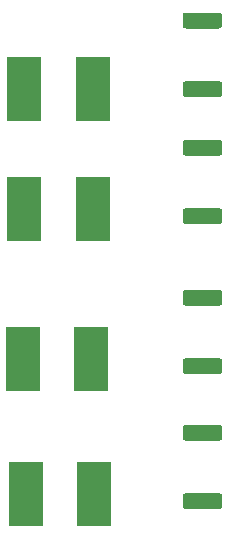
<source format=gbp>
G04 #@! TF.GenerationSoftware,KiCad,Pcbnew,5.1.6-c6e7f7d~87~ubuntu18.04.1*
G04 #@! TF.CreationDate,2020-09-01T12:43:11+02:00*
G04 #@! TF.ProjectId,alim_hat,616c696d-5f68-4617-942e-6b696361645f,rev?*
G04 #@! TF.SameCoordinates,Original*
G04 #@! TF.FileFunction,Paste,Bot*
G04 #@! TF.FilePolarity,Positive*
%FSLAX46Y46*%
G04 Gerber Fmt 4.6, Leading zero omitted, Abs format (unit mm)*
G04 Created by KiCad (PCBNEW 5.1.6-c6e7f7d~87~ubuntu18.04.1) date 2020-09-01 12:43:11*
%MOMM*%
%LPD*%
G01*
G04 APERTURE LIST*
%ADD10R,2.900000X5.450000*%
G04 APERTURE END LIST*
G36*
G01*
X267154999Y-139525000D02*
X270005001Y-139525000D01*
G75*
G02*
X270255000Y-139774999I0J-249999D01*
G01*
X270255000Y-140625001D01*
G75*
G02*
X270005001Y-140875000I-249999J0D01*
G01*
X267154999Y-140875000D01*
G75*
G02*
X266905000Y-140625001I0J249999D01*
G01*
X266905000Y-139774999D01*
G75*
G02*
X267154999Y-139525000I249999J0D01*
G01*
G37*
G36*
G01*
X267154999Y-133725000D02*
X270005001Y-133725000D01*
G75*
G02*
X270255000Y-133974999I0J-249999D01*
G01*
X270255000Y-134825001D01*
G75*
G02*
X270005001Y-135075000I-249999J0D01*
G01*
X267154999Y-135075000D01*
G75*
G02*
X266905000Y-134825001I0J249999D01*
G01*
X266905000Y-133974999D01*
G75*
G02*
X267154999Y-133725000I249999J0D01*
G01*
G37*
G36*
G01*
X267154999Y-128095000D02*
X270005001Y-128095000D01*
G75*
G02*
X270255000Y-128344999I0J-249999D01*
G01*
X270255000Y-129195001D01*
G75*
G02*
X270005001Y-129445000I-249999J0D01*
G01*
X267154999Y-129445000D01*
G75*
G02*
X266905000Y-129195001I0J249999D01*
G01*
X266905000Y-128344999D01*
G75*
G02*
X267154999Y-128095000I249999J0D01*
G01*
G37*
G36*
G01*
X267154999Y-122295000D02*
X270005001Y-122295000D01*
G75*
G02*
X270255000Y-122544999I0J-249999D01*
G01*
X270255000Y-123395001D01*
G75*
G02*
X270005001Y-123645000I-249999J0D01*
G01*
X267154999Y-123645000D01*
G75*
G02*
X266905000Y-123395001I0J249999D01*
G01*
X266905000Y-122544999D01*
G75*
G02*
X267154999Y-122295000I249999J0D01*
G01*
G37*
G36*
G01*
X267154999Y-115395000D02*
X270005001Y-115395000D01*
G75*
G02*
X270255000Y-115644999I0J-249999D01*
G01*
X270255000Y-116495001D01*
G75*
G02*
X270005001Y-116745000I-249999J0D01*
G01*
X267154999Y-116745000D01*
G75*
G02*
X266905000Y-116495001I0J249999D01*
G01*
X266905000Y-115644999D01*
G75*
G02*
X267154999Y-115395000I249999J0D01*
G01*
G37*
G36*
G01*
X267154999Y-109595000D02*
X270005001Y-109595000D01*
G75*
G02*
X270255000Y-109844999I0J-249999D01*
G01*
X270255000Y-110695001D01*
G75*
G02*
X270005001Y-110945000I-249999J0D01*
G01*
X267154999Y-110945000D01*
G75*
G02*
X266905000Y-110695001I0J249999D01*
G01*
X266905000Y-109844999D01*
G75*
G02*
X267154999Y-109595000I249999J0D01*
G01*
G37*
G36*
G01*
X267144839Y-104627940D02*
X269994841Y-104627940D01*
G75*
G02*
X270244840Y-104877939I0J-249999D01*
G01*
X270244840Y-105727941D01*
G75*
G02*
X269994841Y-105977940I-249999J0D01*
G01*
X267144839Y-105977940D01*
G75*
G02*
X266894840Y-105727941I0J249999D01*
G01*
X266894840Y-104877939D01*
G75*
G02*
X267144839Y-104627940I249999J0D01*
G01*
G37*
G36*
G01*
X267144839Y-98827940D02*
X269994841Y-98827940D01*
G75*
G02*
X270244840Y-99077939I0J-249999D01*
G01*
X270244840Y-99927941D01*
G75*
G02*
X269994841Y-100177940I-249999J0D01*
G01*
X267144839Y-100177940D01*
G75*
G02*
X266894840Y-99927941I0J249999D01*
G01*
X266894840Y-99077939D01*
G75*
G02*
X267144839Y-98827940I249999J0D01*
G01*
G37*
D10*
X259394000Y-139586000D03*
X253594000Y-139586000D03*
X259140000Y-128156000D03*
X253340000Y-128156000D03*
X259288000Y-115456000D03*
X253488000Y-115456000D03*
X259288000Y-105296000D03*
X253488000Y-105296000D03*
M02*

</source>
